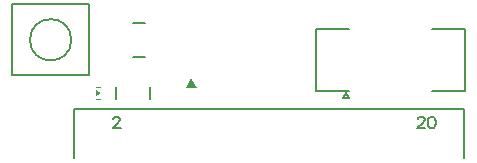
<source format=gto>
G04*
G04 #@! TF.GenerationSoftware,Altium Limited,Altium Designer,23.4.1 (23)*
G04*
G04 Layer_Color=65535*
%FSLAX44Y44*%
%MOMM*%
G71*
G04*
G04 #@! TF.SameCoordinates,E4356CB4-9A03-4441-A28E-8BB409EA4FDF*
G04*
G04*
G04 #@! TF.FilePolarity,Positive*
G04*
G01*
G75*
%ADD10C,0.2000*%
%ADD11C,0.1500*%
%ADD12C,0.1000*%
G36*
X107500Y60000D02*
X103000Y57250D01*
Y62750D01*
X107500Y60000D01*
D02*
G37*
G36*
X179200Y64000D02*
X184200Y73000D01*
X189200Y64000D01*
X179200D01*
D02*
G37*
D10*
X82500Y105000D02*
G03*
X82500Y105000I-17500J0D01*
G01*
X84902Y5000D02*
Y46000D01*
X415102Y5000D02*
Y46000D01*
X84902D02*
X415102D01*
D11*
X289700Y114000D02*
X317700D01*
X387700D02*
X415700D01*
Y62000D02*
Y114000D01*
X387700Y62000D02*
X415700D01*
X289700D02*
X317700D01*
X289700D02*
Y114000D01*
X312624Y55331D02*
X317624D01*
X312624D02*
X315124Y60331D01*
X317624Y55331D01*
X149250Y55000D02*
Y65000D01*
X120750Y55000D02*
Y65000D01*
X135000Y119250D02*
X145000D01*
X135000Y90750D02*
X145000D01*
X32500Y75000D02*
X97500D01*
X32500D02*
Y135000D01*
X97500D01*
Y75000D02*
Y135000D01*
X375976Y37619D02*
Y38095D01*
X376452Y39047D01*
X376928Y39523D01*
X377880Y39999D01*
X379785D01*
X380737Y39523D01*
X381213Y39047D01*
X381689Y38095D01*
Y37142D01*
X381213Y36190D01*
X380261Y34762D01*
X375500Y30001D01*
X382165D01*
X387259Y39999D02*
X385831Y39523D01*
X384879Y38095D01*
X384403Y35714D01*
Y34286D01*
X384879Y31905D01*
X385831Y30477D01*
X387259Y30001D01*
X388212D01*
X389640Y30477D01*
X390592Y31905D01*
X391068Y34286D01*
Y35714D01*
X390592Y38095D01*
X389640Y39523D01*
X388212Y39999D01*
X387259D01*
X117976Y37619D02*
Y38095D01*
X118452Y39047D01*
X118928Y39523D01*
X119880Y39999D01*
X121785D01*
X122737Y39523D01*
X123213Y39047D01*
X123689Y38095D01*
Y37142D01*
X123213Y36190D01*
X122261Y34762D01*
X117500Y30001D01*
X124165D01*
D12*
X103000Y55000D02*
X107000D01*
X103000Y65000D02*
X107000D01*
M02*

</source>
